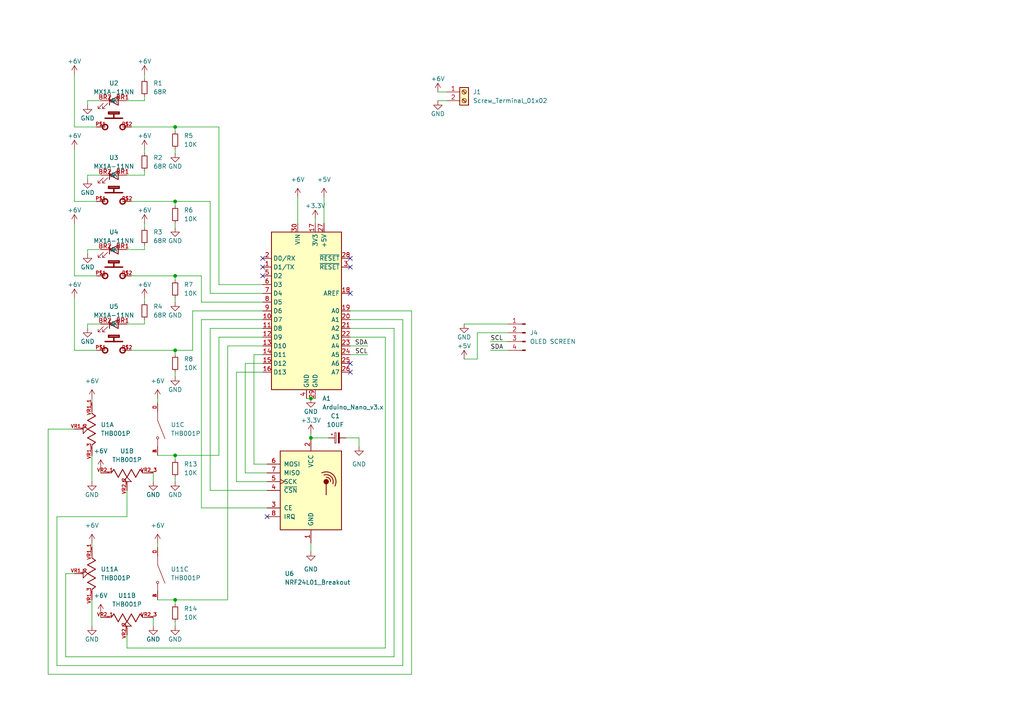
<source format=kicad_sch>
(kicad_sch (version 20211123) (generator eeschema)
  (paper "A4")
  (lib_symbols
    (symbol "Connector:Conn_01x04_Male" (pin_names (offset 1.016) hide)
      (property "Reference" "J" (at 0 5.08 0))
      (property "Value" "Conn_01x04_Male" (at 0 -7.62 0))
      (symbol "Conn_01x04_Male_1_1"
        (polyline (pts (xy 1.27 -5.08) (xy 0.8636 -5.08)) (stroke (width 0.1524)))
        (polyline (pts (xy 1.27 -2.54) (xy 0.8636 -2.54)) (stroke (width 0.1524)))
        (polyline (pts (xy 1.27 0) (xy 0.8636 0)) (stroke (width 0.1524)))
        (polyline (pts (xy 1.27 2.54) (xy 0.8636 2.54)) (stroke (width 0.1524)))
        (rectangle (start 0.8636 -4.953) (end 0 -5.207) (stroke (width 0.1524)) (fill (type outline)))
        (rectangle (start 0.8636 -2.413) (end 0 -2.667) (stroke (width 0.1524)) (fill (type outline)))
        (rectangle (start 0.8636 0.127) (end 0 -0.127) (stroke (width 0.1524)) (fill (type outline)))
        (rectangle (start 0.8636 2.667) (end 0 2.413) (stroke (width 0.1524)) (fill (type outline)))
        (pin passive line (at 5.08 2.54 180) (length 3.81) (name "Pin_1") (number "1"))
        (pin passive line (at 5.08 0 180) (length 3.81) (name "Pin_2") (number "2"))
        (pin passive line (at 5.08 -2.54 180) (length 3.81) (name "Pin_3") (number "3"))
        (pin passive line (at 5.08 -5.08 180) (length 3.81) (name "Pin_4") (number "4"))
      )
    )
    (symbol "Connector:Screw_Terminal_01x02" (pin_names (offset 1.016) hide)
      (property "Reference" "J" (at 0 2.54 0))
      (property "Value" "Screw_Terminal_01x02" (at 0 -5.08 0))
      (symbol "Screw_Terminal_01x02_1_1"
        (rectangle (start -1.27 1.27) (end 1.27 -3.81) (stroke (width 0.254)) (fill (type background)))
        (circle (center 0 -2.54) (radius 0.635) (stroke (width 0.1524)))
        (polyline (pts (xy -0.5334 -2.2098) (xy 0.3302 -3.048)) (stroke (width 0.1524)))
        (polyline (pts (xy -0.5334 0.3302) (xy 0.3302 -0.508)) (stroke (width 0.1524)))
        (polyline (pts (xy -0.3556 -2.032) (xy 0.508 -2.8702)) (stroke (width 0.1524)))
        (polyline (pts (xy -0.3556 0.508) (xy 0.508 -0.3302)) (stroke (width 0.1524)))
        (circle (center 0 0) (radius 0.635) (stroke (width 0.1524)))
        (pin passive line (at -5.08 0 0) (length 3.81) (name "Pin_1") (number "1"))
        (pin passive line (at -5.08 -2.54 0) (length 3.81) (name "Pin_2") (number "2"))
      )
    )
    (symbol "Device:C_Polarized_Small" (pin_numbers hide) (pin_names (offset 0.254) hide)
      (property "Reference" "C" (at 0.254 1.778 0))
      (property "Value" "C_Polarized_Small" (at 0.254 -2.032 0))
      (symbol "C_Polarized_Small_0_1"
        (rectangle (start -1.524 -0.3048) (end 1.524 -0.6858) (fill (type outline)))
        (rectangle (start -1.524 0.6858) (end 1.524 0.3048))
        (polyline (pts (xy -1.27 1.524) (xy -0.762 1.524)))
        (polyline (pts (xy -1.016 1.27) (xy -1.016 1.778)))
      )
      (symbol "C_Polarized_Small_1_1"
        (pin passive line (at 0 2.54 270) (length 1.8542) (name "~") (number "1"))
        (pin passive line (at 0 -2.54 90) (length 1.8542) (name "~") (number "2"))
      )
    )
    (symbol "Device:R_Small" (pin_numbers hide) (pin_names (offset 0.254) hide)
      (property "Reference" "R" (at 0.762 0.508 0))
      (property "Value" "R_Small" (at 0.762 -1.016 0))
      (symbol "R_Small_0_1"
        (rectangle (start -0.762 1.778) (end 0.762 -1.778) (stroke (width 0.2032)))
      )
      (symbol "R_Small_1_1"
        (pin passive line (at 0 2.54 270) (length 0.762) (name "~") (number "1"))
        (pin passive line (at 0 -2.54 90) (length 0.762) (name "~") (number "2"))
      )
    )
    (symbol "MCU_Module:Arduino_Nano_v3.x"
      (property "Reference" "A" (at -10.16 23.495 0))
      (property "Value" "Arduino_Nano_v3.x" (at 5.08 -24.13 0))
      (symbol "Arduino_Nano_v3.x_0_1"
        (rectangle (start -10.16 22.86) (end 10.16 -22.86) (stroke (width 0.254)) (fill (type background)))
      )
      (symbol "Arduino_Nano_v3.x_1_1"
        (pin bidirectional line (at -12.7 12.7 0) (length 2.54) (name "D1/TX") (number "1"))
        (pin bidirectional line (at -12.7 -2.54 0) (length 2.54) (name "D7") (number "10"))
        (pin bidirectional line (at -12.7 -5.08 0) (length 2.54) (name "D8") (number "11"))
        (pin bidirectional line (at -12.7 -7.62 0) (length 2.54) (name "D9") (number "12"))
        (pin bidirectional line (at -12.7 -10.16 0) (length 2.54) (name "D10") (number "13"))
        (pin bidirectional line (at -12.7 -12.7 0) (length 2.54) (name "D11") (number "14"))
        (pin bidirectional line (at -12.7 -15.24 0) (length 2.54) (name "D12") (number "15"))
        (pin bidirectional line (at -12.7 -17.78 0) (length 2.54) (name "D13") (number "16"))
        (pin power_out line (at 2.54 25.4 270) (length 2.54) (name "3V3") (number "17"))
        (pin input line (at 12.7 5.08 180) (length 2.54) (name "AREF") (number "18"))
        (pin bidirectional line (at 12.7 0 180) (length 2.54) (name "A0") (number "19"))
        (pin bidirectional line (at -12.7 15.24 0) (length 2.54) (name "D0/RX") (number "2"))
        (pin bidirectional line (at 12.7 -2.54 180) (length 2.54) (name "A1") (number "20"))
        (pin bidirectional line (at 12.7 -5.08 180) (length 2.54) (name "A2") (number "21"))
        (pin bidirectional line (at 12.7 -7.62 180) (length 2.54) (name "A3") (number "22"))
        (pin bidirectional line (at 12.7 -10.16 180) (length 2.54) (name "A4") (number "23"))
        (pin bidirectional line (at 12.7 -12.7 180) (length 2.54) (name "A5") (number "24"))
        (pin bidirectional line (at 12.7 -15.24 180) (length 2.54) (name "A6") (number "25"))
        (pin bidirectional line (at 12.7 -17.78 180) (length 2.54) (name "A7") (number "26"))
        (pin power_out line (at 5.08 25.4 270) (length 2.54) (name "+5V") (number "27"))
        (pin input line (at 12.7 15.24 180) (length 2.54) (name "~{RESET}") (number "28"))
        (pin power_in line (at 2.54 -25.4 90) (length 2.54) (name "GND") (number "29"))
        (pin input line (at 12.7 12.7 180) (length 2.54) (name "~{RESET}") (number "3"))
        (pin power_in line (at -2.54 25.4 270) (length 2.54) (name "VIN") (number "30"))
        (pin power_in line (at 0 -25.4 90) (length 2.54) (name "GND") (number "4"))
        (pin bidirectional line (at -12.7 10.16 0) (length 2.54) (name "D2") (number "5"))
        (pin bidirectional line (at -12.7 7.62 0) (length 2.54) (name "D3") (number "6"))
        (pin bidirectional line (at -12.7 5.08 0) (length 2.54) (name "D4") (number "7"))
        (pin bidirectional line (at -12.7 2.54 0) (length 2.54) (name "D5") (number "8"))
        (pin bidirectional line (at -12.7 0 0) (length 2.54) (name "D6") (number "9"))
      )
    )
    (symbol "MX1A-11NN:MX1A-11NN" (pin_names (offset 1.016))
      (property "Reference" "U" (at -4.445 -3.81 0))
      (property "Value" "MX1A-11NN" (at 0 -8.89 0))
      (symbol "MX1A-11NN_0_0"
        (circle (center -2.54 0) (radius 0.762) (stroke (width 0.4064)))
        (polyline (pts (xy -2.54 2.54) (xy 0 2.54)) (stroke (width 0.4064)))
        (polyline (pts (xy -1.524 3.81) (xy -1.524 4.318)) (stroke (width 0.4064)))
        (polyline (pts (xy -1.524 4.318) (xy 1.524 4.318)) (stroke (width 0.4064)))
        (polyline (pts (xy 0 2.54) (xy 0 3.81)) (stroke (width 0.4064)))
        (polyline (pts (xy 0 3.81) (xy -1.524 3.81)) (stroke (width 0.4064)))
        (polyline (pts (xy 1.524 3.81) (xy 0.254 3.81)) (stroke (width 0.4064)))
        (polyline (pts (xy 1.524 4.318) (xy 1.524 3.81)) (stroke (width 0.4064)))
        (polyline (pts (xy 2.54 2.54) (xy 0 2.54)) (stroke (width 0.4064)))
        (circle (center 2.54 0) (radius 0.762) (stroke (width 0.4064)))
        (pin passive line (at -5.08 0 0) (length 2.54) (name "~") (number "P$1"))
        (pin passive line (at 5.08 0 180) (length 2.54) (name "~") (number "P$2"))
      )
      (symbol "MX1A-11NN_0_1"
        (polyline (pts (xy -1.27 6.35) (xy -1.27 8.89)) (stroke (width 0.254)))
        (polyline (pts (xy -1.27 7.62) (xy 1.27 7.62)))
        (polyline (pts (xy 1.27 6.35) (xy 1.27 8.89) (xy -1.27 7.62) (xy 1.27 6.35)) (stroke (width 0.254)))
        (polyline (pts (xy -3.048 6.858) (xy -4.572 5.334) (xy -3.81 5.334) (xy -4.572 5.334) (xy -4.572 6.096)))
        (polyline (pts (xy -1.778 6.858) (xy -3.302 5.334) (xy -2.54 5.334) (xy -3.302 5.334) (xy -3.302 6.096)))
      )
      (symbol "MX1A-11NN_1_1"
        (pin passive line (at 3.81 7.62 180) (length 2.54) (name "A") (number "BR1"))
        (pin passive line (at -3.81 7.62 0) (length 2.54) (name "K") (number "BR2"))
      )
    )
    (symbol "RF:NRF24L01_Breakout" (pin_names (offset 1.016))
      (property "Reference" "U" (at -8.89 12.7 0))
      (property "Value" "NRF24L01_Breakout" (at 3.81 12.7 0))
      (symbol "NRF24L01_Breakout_0_1"
        (rectangle (start -8.89 11.43) (end 8.89 -11.43) (stroke (width 0.254)) (fill (type background)))
        (polyline (pts (xy 4.445 1.905) (xy 4.445 -1.27)) (stroke (width 0.254)))
        (circle (center 4.445 2.54) (radius 0.635) (stroke (width 0.254)) (fill (type outline)))
        (arc (start 5.715 2.54) (mid 5.3521 3.4546) (end 4.445 3.81) (stroke (width 0.254)))
        (arc (start 6.35 1.905) (mid 5.8763 3.9854) (end 3.81 4.445) (stroke (width 0.254)))
        (arc (start 6.985 1.27) (mid 6.453 4.548) (end 3.175 5.08) (stroke (width 0.254)))
      )
      (symbol "NRF24L01_Breakout_1_1"
        (pin power_in line (at 0 -15.24 90) (length 3.81) (name "GND") (number "1"))
        (pin power_in line (at 0 15.24 270) (length 3.81) (name "VCC") (number "2"))
        (pin input line (at -12.7 -5.08 0) (length 3.81) (name "CE") (number "3"))
        (pin input line (at -12.7 0 0) (length 3.81) (name "~{CSN}") (number "4"))
        (pin input clock (at -12.7 2.54 0) (length 3.81) (name "SCK") (number "5"))
        (pin input line (at -12.7 7.62 0) (length 3.81) (name "MOSI") (number "6"))
        (pin output line (at -12.7 5.08 0) (length 3.81) (name "MISO") (number "7"))
        (pin output line (at -12.7 -7.62 0) (length 3.81) (name "IRQ") (number "8"))
      )
    )
    (symbol "THB001P:THB001P" (pin_names (offset 1.016))
      (property "Reference" "U" (at -5.08 5.08 0))
      (property "Value" "THB001P" (at -5.08 2.54 0))
      (symbol "THB001P_1_0"
        (polyline (pts (xy -5.08 0) (xy -4.572 0)) (stroke (width 0.1524)))
        (polyline (pts (xy -4.572 0) (xy -3.81 1.016)) (stroke (width 0.254)))
        (polyline (pts (xy -3.81 1.016) (xy -2.54 -1.27)) (stroke (width 0.254)))
        (polyline (pts (xy -2.54 -1.27) (xy -1.27 1.016)) (stroke (width 0.254)))
        (polyline (pts (xy -1.27 -2.54) (xy 0 -1.27)) (stroke (width 0.2032)))
        (polyline (pts (xy -1.27 1.016) (xy 0 -1.27)) (stroke (width 0.254)))
        (polyline (pts (xy 0 -1.27) (xy 1.27 -2.54)) (stroke (width 0.2032)))
        (polyline (pts (xy 0 -1.27) (xy 1.27 1.016)) (stroke (width 0.254)))
        (polyline (pts (xy 1.27 -2.54) (xy -1.27 -2.54)) (stroke (width 0.2032)))
        (polyline (pts (xy 1.27 1.016) (xy 2.54 -1.27)) (stroke (width 0.254)))
        (polyline (pts (xy 2.54 -1.27) (xy 3.81 1.016)) (stroke (width 0.254)))
        (polyline (pts (xy 3.81 1.016) (xy 4.572 0)) (stroke (width 0.254)))
        (polyline (pts (xy 4.572 0) (xy 5.08 0)) (stroke (width 0.1524)))
        (pin passive line (at -7.62 0 0) (length 2.54) (name "~") (number "VR1_1"))
        (pin passive line (at 0 -5.08 90) (length 2.54) (name "~") (number "VR1_2"))
        (pin passive line (at 7.62 0 180) (length 2.54) (name "~") (number "VR1_3"))
      )
      (symbol "THB001P_2_0"
        (polyline (pts (xy -5.08 0) (xy -4.572 0)) (stroke (width 0.1524)))
        (polyline (pts (xy -4.572 0) (xy -3.81 1.016)) (stroke (width 0.254)))
        (polyline (pts (xy -3.81 1.016) (xy -2.54 -1.27)) (stroke (width 0.254)))
        (polyline (pts (xy -2.54 -1.27) (xy -1.27 1.016)) (stroke (width 0.254)))
        (polyline (pts (xy -1.27 -2.54) (xy 0 -1.27)) (stroke (width 0.2032)))
        (polyline (pts (xy -1.27 1.016) (xy 0 -1.27)) (stroke (width 0.254)))
        (polyline (pts (xy 0 -1.27) (xy 1.27 -2.54)) (stroke (width 0.2032)))
        (polyline (pts (xy 0 -1.27) (xy 1.27 1.016)) (stroke (width 0.254)))
        (polyline (pts (xy 1.27 -2.54) (xy -1.27 -2.54)) (stroke (width 0.2032)))
        (polyline (pts (xy 1.27 1.016) (xy 2.54 -1.27)) (stroke (width 0.254)))
        (polyline (pts (xy 2.54 -1.27) (xy 3.81 1.016)) (stroke (width 0.254)))
        (polyline (pts (xy 3.81 1.016) (xy 4.572 0)) (stroke (width 0.254)))
        (polyline (pts (xy 4.572 0) (xy 5.08 0)) (stroke (width 0.1524)))
        (pin passive line (at -7.62 0 0) (length 2.54) (name "~") (number "VR2_1"))
        (pin passive line (at 0 -5.08 90) (length 2.54) (name "~") (number "VR2_2"))
        (pin passive line (at 7.62 0 180) (length 2.54) (name "~") (number "VR2_3"))
      )
      (symbol "THB001P_3_0"
        (polyline (pts (xy -2.54 0) (xy -5.08 0)) (stroke (width 0.1524)))
        (polyline (pts (xy -2.54 0) (xy 2.794 2.1336)) (stroke (width 0.1524)))
        (polyline (pts (xy 5.08 0) (xy 2.921 0)) (stroke (width 0.1524)))
        (circle (center 2.54 0) (radius 0.3302) (stroke (width 0.1524)))
        (pin passive line (at 7.62 0 180) (length 2.54) (name "~") (number "A"))
        (pin passive line (at 7.62 0 180) (length 2.54) (name "~") (number "B"))
        (pin passive line (at -7.62 0 0) (length 2.54) (name "~") (number "C"))
        (pin passive line (at -7.62 0 0) (length 2.54) (name "~") (number "D"))
      )
    )
    (symbol "power:+3.3V" (power) (pin_names (offset 0))
      (property "Value" "+3.3V" (at 0 3.556 0))
      (symbol "+3.3V_0_1"
        (polyline (pts (xy -0.762 1.27) (xy 0 2.54)))
        (polyline (pts (xy 0 0) (xy 0 2.54)))
        (polyline (pts (xy 0 2.54) (xy 0.762 1.27)))
      )
      (symbol "+3.3V_1_1"
        (pin power_in line (at 0 0 90) (length 0) hide (name "+3.3V") (number "1"))
      )
    )
    (symbol "power:+5V" (power) (pin_names (offset 0))
      (property "Value" "+5V" (at 0 3.556 0))
      (symbol "+5V_0_1"
        (polyline (pts (xy -0.762 1.27) (xy 0 2.54)))
        (polyline (pts (xy 0 0) (xy 0 2.54)))
        (polyline (pts (xy 0 2.54) (xy 0.762 1.27)))
      )
      (symbol "+5V_1_1"
        (pin power_in line (at 0 0 90) (length 0) hide (name "+5V") (number "1"))
      )
    )
    (symbol "power:+6V" (power) (pin_names (offset 0))
      (property "Value" "+6V" (at 0 3.556 0))
      (symbol "+6V_0_1"
        (polyline (pts (xy -0.762 1.27) (xy 0 2.54)))
        (polyline (pts (xy 0 0) (xy 0 2.54)))
        (polyline (pts (xy 0 2.54) (xy 0.762 1.27)))
      )
      (symbol "+6V_1_1"
        (pin power_in line (at 0 0 90) (length 0) hide (name "+6V") (number "1"))
      )
    )
    (symbol "power:GND" (power) (pin_names (offset 0))
      (property "Value" "GND" (at 0 -3.81 0))
      (symbol "GND_0_1"
        (polyline (pts (xy 0 0) (xy 0 -1.27) (xy 1.27 -1.27) (xy 0 -2.54) (xy -1.27 -1.27) (xy 0 -1.27)))
      )
      (symbol "GND_1_1"
        (pin power_in line (at 0 0 270) (length 0) hide (name "GND") (number "1"))
      )
    )
  )
  (junction (at 90.17 115.57))
  (junction (at 50.8 173.99))
  (junction (at 50.8 58.42))
  (junction (at 90.17 127))
  (junction (at 50.8 101.6))
  (junction (at 50.8 132.08))
  (junction (at 50.8 80.01))
  (junction (at 50.8 36.83))
  (no_connect (at 101.6 105.41))
  (no_connect (at 101.6 107.95))
  (no_connect (at 77.47 149.86))
  (no_connect (at 101.6 77.47))
  (no_connect (at 76.2 80.01))
  (no_connect (at 101.6 74.93))
  (no_connect (at 76.2 77.47))
  (no_connect (at 101.6 85.09))
  (no_connect (at 76.2 74.93))
  (wire (pts (xy 63.5 36.83) (xy 50.8 36.83)))
  (wire (pts (xy 71.12 137.16) (xy 71.12 105.41)))
  (wire (pts (xy 66.04 173.99) (xy 66.04 100.33)))
  (wire (pts (xy 29.21 29.21) (xy 25.4 29.21)))
  (wire (pts (xy 36.83 149.86) (xy 16.51 149.86)))
  (wire (pts (xy 50.8 59.69) (xy 50.8 58.42)))
  (wire (pts (xy 73.66 134.62) (xy 77.47 134.62)))
  (wire (pts (xy 68.58 107.95) (xy 76.2 107.95)))
  (wire (pts (xy 63.5 82.55) (xy 63.5 36.83)))
  (wire (pts (xy 16.51 193.04) (xy 116.84 193.04)))
  (wire (pts (xy 91.44 63.5) (xy 91.44 64.77)))
  (wire (pts (xy 119.38 90.17) (xy 119.38 195.58)))
  (wire (pts (xy 13.97 195.58) (xy 119.38 195.58)))
  (wire (pts (xy 38.1 80.01) (xy 50.8 80.01)))
  (wire (pts (xy 50.8 180.34) (xy 50.8 181.61)))
  (wire (pts (xy 45.72 132.08) (xy 50.8 132.08)))
  (wire (pts (xy 29.21 72.39) (xy 25.4 72.39)))
  (wire (pts (xy 114.3 95.25) (xy 114.3 190.5)))
  (wire (pts (xy 41.91 72.39) (xy 41.91 71.12)))
  (wire (pts (xy 111.76 97.79) (xy 111.76 187.96)))
  (wire (pts (xy 29.21 177.8) (xy 29.21 179.07)))
  (wire (pts (xy 119.38 90.17) (xy 101.6 90.17)))
  (wire (pts (xy 44.45 137.16) (xy 44.45 139.7)))
  (wire (pts (xy 58.42 92.71) (xy 76.2 92.71)))
  (wire (pts (xy 134.62 104.14) (xy 138.43 104.14)))
  (wire (pts (xy 27.94 101.6) (xy 21.59 101.6)))
  (wire (pts (xy 60.96 58.42) (xy 50.8 58.42)))
  (wire (pts (xy 27.94 80.01) (xy 21.59 80.01)))
  (wire (pts (xy 36.83 50.8) (xy 41.91 50.8)))
  (wire (pts (xy 36.83 187.96) (xy 111.76 187.96)))
  (wire (pts (xy 90.17 125.73) (xy 90.17 127)))
  (wire (pts (xy 68.58 139.7) (xy 68.58 107.95)))
  (wire (pts (xy 19.05 190.5) (xy 114.3 190.5)))
  (wire (pts (xy 91.44 115.57) (xy 90.17 115.57)))
  (wire (pts (xy 50.8 43.18) (xy 50.8 44.45)))
  (wire (pts (xy 55.88 101.6) (xy 55.88 90.17)))
  (wire (pts (xy 26.67 157.48) (xy 26.67 158.75)))
  (wire (pts (xy 127 29.21) (xy 129.54 29.21)))
  (wire (pts (xy 25.4 29.21) (xy 25.4 30.48)))
  (wire (pts (xy 36.83 93.98) (xy 41.91 93.98)))
  (wire (pts (xy 41.91 50.8) (xy 41.91 49.53)))
  (wire (pts (xy 76.2 85.09) (xy 60.96 85.09)))
  (wire (pts (xy 60.96 142.24) (xy 60.96 95.25)))
  (wire (pts (xy 138.43 96.52) (xy 147.32 96.52)))
  (wire (pts (xy 36.83 72.39) (xy 41.91 72.39)))
  (wire (pts (xy 50.8 86.36) (xy 50.8 87.63)))
  (wire (pts (xy 138.43 104.14) (xy 138.43 96.52)))
  (wire (pts (xy 41.91 64.77) (xy 41.91 66.04)))
  (wire (pts (xy 73.66 102.87) (xy 76.2 102.87)))
  (wire (pts (xy 50.8 132.08) (xy 63.5 132.08)))
  (wire (pts (xy 50.8 173.99) (xy 66.04 173.99)))
  (wire (pts (xy 77.47 139.7) (xy 68.58 139.7)))
  (wire (pts (xy 77.47 147.32) (xy 58.42 147.32)))
  (wire (pts (xy 116.84 92.71) (xy 116.84 193.04)))
  (wire (pts (xy 27.94 58.42) (xy 21.59 58.42)))
  (wire (pts (xy 19.05 166.37) (xy 19.05 190.5)))
  (wire (pts (xy 134.62 93.98) (xy 147.32 93.98)))
  (wire (pts (xy 50.8 101.6) (xy 55.88 101.6)))
  (wire (pts (xy 90.17 157.48) (xy 90.17 160.02)))
  (wire (pts (xy 104.14 127) (xy 104.14 129.54)))
  (wire (pts (xy 93.98 57.15) (xy 93.98 64.77)))
  (wire (pts (xy 21.59 64.77) (xy 21.59 80.01)))
  (wire (pts (xy 21.59 21.59) (xy 21.59 36.83)))
  (wire (pts (xy 26.67 173.99) (xy 26.67 181.61)))
  (wire (pts (xy 73.66 102.87) (xy 73.66 134.62)))
  (wire (pts (xy 101.6 92.71) (xy 116.84 92.71)))
  (wire (pts (xy 41.91 86.36) (xy 41.91 87.63)))
  (wire (pts (xy 76.2 87.63) (xy 58.42 87.63)))
  (wire (pts (xy 101.6 100.33) (xy 106.68 100.33)))
  (wire (pts (xy 50.8 81.28) (xy 50.8 80.01)))
  (wire (pts (xy 147.32 101.6) (xy 142.24 101.6)))
  (wire (pts (xy 88.9 115.57) (xy 90.17 115.57)))
  (wire (pts (xy 77.47 142.24) (xy 60.96 142.24)))
  (wire (pts (xy 25.4 93.98) (xy 25.4 95.25)))
  (wire (pts (xy 100.33 127) (xy 104.14 127)))
  (wire (pts (xy 27.94 36.83) (xy 21.59 36.83)))
  (wire (pts (xy 41.91 93.98) (xy 41.91 92.71)))
  (wire (pts (xy 58.42 87.63) (xy 58.42 80.01)))
  (wire (pts (xy 71.12 105.41) (xy 76.2 105.41)))
  (wire (pts (xy 38.1 58.42) (xy 50.8 58.42)))
  (wire (pts (xy 60.96 85.09) (xy 60.96 58.42)))
  (wire (pts (xy 25.4 50.8) (xy 25.4 52.07)))
  (wire (pts (xy 58.42 80.01) (xy 50.8 80.01)))
  (wire (pts (xy 90.17 127) (xy 95.25 127)))
  (wire (pts (xy 101.6 102.87) (xy 106.68 102.87)))
  (wire (pts (xy 50.8 133.35) (xy 50.8 132.08)))
  (wire (pts (xy 41.91 21.59) (xy 41.91 22.86)))
  (wire (pts (xy 21.59 43.18) (xy 21.59 58.42)))
  (wire (pts (xy 21.59 124.46) (xy 13.97 124.46)))
  (wire (pts (xy 21.59 86.36) (xy 21.59 101.6)))
  (wire (pts (xy 45.72 173.99) (xy 50.8 173.99)))
  (wire (pts (xy 63.5 97.79) (xy 63.5 132.08)))
  (wire (pts (xy 147.32 99.06) (xy 142.24 99.06)))
  (wire (pts (xy 66.04 100.33) (xy 76.2 100.33)))
  (wire (pts (xy 25.4 72.39) (xy 25.4 73.66)))
  (wire (pts (xy 76.2 82.55) (xy 63.5 82.55)))
  (wire (pts (xy 26.67 132.08) (xy 26.67 139.7)))
  (wire (pts (xy 41.91 29.21) (xy 41.91 27.94)))
  (wire (pts (xy 50.8 38.1) (xy 50.8 36.83)))
  (wire (pts (xy 58.42 147.32) (xy 58.42 92.71)))
  (wire (pts (xy 50.8 64.77) (xy 50.8 66.04)))
  (wire (pts (xy 29.21 50.8) (xy 25.4 50.8)))
  (wire (pts (xy 21.59 166.37) (xy 19.05 166.37)))
  (wire (pts (xy 36.83 29.21) (xy 41.91 29.21)))
  (wire (pts (xy 127 26.67) (xy 129.54 26.67)))
  (wire (pts (xy 50.8 102.87) (xy 50.8 101.6)))
  (wire (pts (xy 38.1 101.6) (xy 50.8 101.6)))
  (wire (pts (xy 114.3 95.25) (xy 101.6 95.25)))
  (wire (pts (xy 13.97 124.46) (xy 13.97 195.58)))
  (wire (pts (xy 101.6 97.79) (xy 111.76 97.79)))
  (wire (pts (xy 26.67 115.57) (xy 26.67 116.84)))
  (wire (pts (xy 86.36 57.15) (xy 86.36 64.77)))
  (wire (pts (xy 29.21 135.89) (xy 29.21 137.16)))
  (wire (pts (xy 77.47 137.16) (xy 71.12 137.16)))
  (wire (pts (xy 60.96 95.25) (xy 76.2 95.25)))
  (wire (pts (xy 45.72 115.57) (xy 45.72 116.84)))
  (wire (pts (xy 63.5 97.79) (xy 76.2 97.79)))
  (wire (pts (xy 36.83 142.24) (xy 36.83 149.86)))
  (wire (pts (xy 41.91 43.18) (xy 41.91 44.45)))
  (wire (pts (xy 45.72 157.48) (xy 45.72 158.75)))
  (wire (pts (xy 50.8 138.43) (xy 50.8 139.7)))
  (wire (pts (xy 50.8 107.95) (xy 50.8 109.22)))
  (wire (pts (xy 55.88 90.17) (xy 76.2 90.17)))
  (wire (pts (xy 50.8 175.26) (xy 50.8 173.99)))
  (wire (pts (xy 29.21 93.98) (xy 25.4 93.98)))
  (wire (pts (xy 44.45 179.07) (xy 44.45 181.61)))
  (wire (pts (xy 16.51 149.86) (xy 16.51 193.04)))
  (wire (pts (xy 38.1 36.83) (xy 50.8 36.83)))
  (wire (pts (xy 36.83 184.15) (xy 36.83 187.96)))
  (label "SCL" (at 142.24 99.06 0))
  (label "SDA" (at 106.68 100.33 180))
  (label "SDA" (at 142.24 101.6 0))
  (label "SCL" (at 106.68 102.87 180))
  (symbol (lib_id "power:+6V") (at 21.59 64.77 0) (unit 1)
    (property "Reference" "#PWR0123" (effects hide))
    (property "Value" "+6V" (at 21.59 60.96 0))
  )
  (symbol (lib_id "power:+6V") (at 21.59 43.18 0) (unit 1)
    (property "Reference" "#PWR0116" (effects hide))
    (property "Value" "+6V" (at 21.59 39.37 0))
  )
  (symbol (lib_id "power:GND") (at 44.45 181.61 0) (unit 1)
    (property "Reference" "#PWR0128" (effects hide))
    (property "Value" "GND" (at 44.45 185.42 0))
  )
  (symbol (lib_id "power:+6V") (at 29.21 135.89 0) (unit 1)
    (property "Reference" "#PWR0137" (effects hide))
    (property "Value" "+6V" (at 29.21 130.81 0))
  )
  (symbol (lib_id "power:GND") (at 25.4 73.66 0) (unit 1)
    (property "Reference" "#PWR0130" (effects hide))
    (property "Value" "GND" (at 25.4 77.47 0))
  )
  (symbol (lib_id "power:+6V") (at 41.91 43.18 0) (unit 1)
    (property "Reference" "#PWR0115" (effects hide))
    (property "Value" "+6V" (at 41.91 39.37 0))
  )
  (symbol (lib_id "power:+6V") (at 45.72 115.57 0) (unit 1)
    (property "Reference" "#PWR0142" (effects hide))
    (property "Value" "+6V" (at 45.72 110.49 0))
  )
  (symbol (lib_id "MX1A-11NN:MX1A-11NN") (at 33.02 36.83 0) (unit 1)
    (property "Reference" "U2" (at 33.02 24.13 0))
    (property "Value" "MX1A-11NN" (at 33.02 26.67 0))
    (property "Footprint" "MX1A-11NN:CHERRY_MX1A-11NN_SWITCH" (effects hide))
  )
  (symbol (lib_id "power:+6V") (at 26.67 115.57 0) (unit 1)
    (property "Reference" "#PWR0127" (effects hide))
    (property "Value" "+6V" (at 26.67 110.49 0))
  )
  (symbol (lib_id "Device:R_Small") (at 50.8 62.23 180) (unit 1)
    (property "Reference" "R6" (at 53.34 60.96 0) (effects (justify right)))
    (property "Value" "10K" (at 53.34 63.4999 0) (effects (justify right)))
    (property "Footprint" "Resistor_SMD:R_0805_2012Metric" (effects hide))
  )
  (symbol (lib_id "MCU_Module:Arduino_Nano_v3.x") (at 88.9 90.17 0) (unit 1)
    (property "Reference" "A1" (at 93.4594 115.57 0) (effects (justify left)))
    (property "Value" "Arduino_Nano_v3.x" (at 93.4594 118.11 0) (effects (justify left)))
    (property "Footprint" "Module:Arduino_Nano" (effects hide))
    (property "Datasheet" "http://www.mouser.com/pdfdocs/Gravitech_Arduino_Nano3_0.pdf" (effects hide))
  )
  (symbol (lib_id "power:GND") (at 50.8 109.22 0) (unit 1)
    (property "Reference" "#PWR0104" (effects hide))
    (property "Value" "GND" (at 50.8 113.03 0))
  )
  (symbol (lib_id "power:+6V") (at 21.59 21.59 0) (unit 1)
    (property "Reference" "#PWR0120" (effects hide))
    (property "Value" "+6V" (at 21.59 17.78 0))
  )
  (symbol (lib_id "power:GND") (at 104.14 129.54 0) (unit 1)
    (property "Reference" "#PWR0119" (effects hide))
    (property "Value" "GND" (at 104.14 134.62 0))
  )
  (symbol (lib_id "power:+5V") (at 93.98 57.15 0) (unit 1)
    (property "Reference" "#PWR0102" (effects hide))
    (property "Value" "+5V" (at 93.98 52.07 0))
  )
  (symbol (lib_id "power:+6V") (at 127 26.67 0) (unit 1)
    (property "Reference" "#PWR0144" (effects hide))
    (property "Value" "+6V" (at 127 22.86 0))
  )
  (symbol (lib_id "power:GND") (at 50.8 44.45 0) (unit 1)
    (property "Reference" "#PWR0122" (effects hide))
    (property "Value" "GND" (at 50.8 48.26 0))
  )
  (symbol (lib_id "Device:R_Small") (at 50.8 40.64 180) (unit 1)
    (property "Reference" "R5" (at 53.34 39.37 0) (effects (justify right)))
    (property "Value" "10K" (at 53.34 41.9099 0) (effects (justify right)))
    (property "Footprint" "Resistor_SMD:R_0805_2012Metric" (effects hide))
  )
  (symbol (lib_id "MX1A-11NN:MX1A-11NN") (at 33.02 58.42 0) (unit 1)
    (property "Reference" "U3" (at 33.02 45.72 0))
    (property "Value" "MX1A-11NN" (at 33.02 48.26 0))
    (property "Footprint" "MX1A-11NN:CHERRY_MX1A-11NN_SWITCH" (effects hide))
  )
  (symbol (lib_id "power:GND") (at 25.4 30.48 0) (unit 1)
    (property "Reference" "#PWR0117" (effects hide))
    (property "Value" "GND" (at 25.4 34.29 0))
  )
  (symbol (lib_id "RF:NRF24L01_Breakout") (at 90.17 142.24 0) (unit 1)
    (property "Reference" "U6" (at 82.55 166.37 0) (effects (justify left)))
    (property "Value" "NRF24L01_Breakout" (at 82.55 168.91 0) (effects (justify left)))
    (property "Footprint" "nRF24L01BRKT_SMD:nRF24L01_Breakout_SMD" (effects hide))
    (property "Datasheet" "http://www.nordicsemi.com/eng/content/download/2730/34105/file/nRF24L01_Product_Specification_v2_0.pdf" (effects hide))
  )
  (symbol (lib_id "power:+6V") (at 41.91 64.77 0) (unit 1)
    (property "Reference" "#PWR0121" (effects hide))
    (property "Value" "+6V" (at 41.91 60.96 0))
  )
  (symbol (lib_id "Device:R_Small") (at 50.8 177.8 180) (unit 1)
    (property "Reference" "R14" (at 53.34 176.53 0) (effects (justify right)))
    (property "Value" "10K" (at 53.34 179.0699 0) (effects (justify right)))
    (property "Footprint" "Resistor_SMD:R_0805_2012Metric" (effects hide))
  )
  (symbol (lib_id "Connector:Conn_01x04_Male") (at 152.4 96.52 0) (mirror y) (unit 1)
    (property "Reference" "J4" (at 153.67 96.5199 0) (effects (justify right)))
    (property "Value" "OLED SCREEN" (at 153.67 99.0599 0) (effects (justify right)))
    (property "Footprint" "Connector_PinSocket_2.54mm:PinSocket_1x04_P2.54mm_Vertical" (effects hide))
  )
  (symbol (lib_id "power:GND") (at 90.17 160.02 0) (unit 1)
    (property "Reference" "#PWR0110" (effects hide))
    (property "Value" "GND" (at 90.17 165.1 0))
  )
  (symbol (lib_id "power:+6V") (at 86.36 57.15 0) (unit 1)
    (property "Reference" "#PWR0103" (effects hide))
    (property "Value" "+6V" (at 86.36 52.07 0))
  )
  (symbol (lib_id "power:+3.3V") (at 91.44 63.5 0) (unit 1)
    (property "Reference" "#PWR0101" (effects hide))
    (property "Value" "+3.3V" (at 91.44 59.69 0))
  )
  (symbol (lib_id "Device:R_Small") (at 50.8 83.82 180) (unit 1)
    (property "Reference" "R7" (at 53.34 82.55 0) (effects (justify right)))
    (property "Value" "10K" (at 53.34 85.0899 0) (effects (justify right)))
    (property "Footprint" "Resistor_SMD:R_0805_2012Metric" (effects hide))
  )
  (symbol (lib_id "power:GND") (at 90.17 115.57 0) (unit 1)
    (property "Reference" "#PWR0109" (effects hide))
    (property "Value" "GND" (at 90.17 119.38 0))
  )
  (symbol (lib_id "Device:R_Small") (at 50.8 135.89 180) (unit 1)
    (property "Reference" "R13" (at 53.34 134.62 0) (effects (justify right)))
    (property "Value" "10K" (at 53.34 137.1599 0) (effects (justify right)))
    (property "Footprint" "Resistor_SMD:R_0805_2012Metric" (effects hide))
  )
  (symbol (lib_id "power:GND") (at 127 29.21 0) (unit 1)
    (property "Reference" "#PWR0145" (effects hide))
    (property "Value" "GND" (at 127 33.02 0))
  )
  (symbol (lib_id "power:GND") (at 25.4 95.25 0) (unit 1)
    (property "Reference" "#PWR0105" (effects hide))
    (property "Value" "GND" (at 25.4 99.06 0))
  )
  (symbol (lib_id "THB001P:THB001P") (at 45.72 124.46 270) (unit 3)
    (property "Reference" "U1" (at 49.53 123.1899 90) (effects (justify left)))
    (property "Value" "THB001P" (at 49.53 125.7299 90) (effects (justify left)))
    (property "Footprint" "THB001P:CNK_THB001P" (effects hide))
    (property "MANUFACTURER" "CNK" (effects hide))
    (property "STANDARD" "Manufacturer Recommendations" (effects hide))
    (property "MAXIMUM_PACKAGE_HEIGHT" "19.85mm" (effects hide))
    (property "PARTREV" "27 Jan 22" (effects hide))
    (property "SNAPEDA_PN" "THB001P" (effects hide))
  )
  (symbol (lib_id "power:GND") (at 50.8 87.63 0) (unit 1)
    (property "Reference" "#PWR0111" (effects hide))
    (property "Value" "GND" (at 50.8 91.44 0))
  )
  (symbol (lib_id "power:+6V") (at 41.91 21.59 0) (unit 1)
    (property "Reference" "#PWR0114" (effects hide))
    (property "Value" "+6V" (at 41.91 17.78 0))
  )
  (symbol (lib_id "power:+5V") (at 134.62 104.14 0) (unit 1)
    (property "Reference" "#PWR0107" (effects hide))
    (property "Value" "+5V" (at 134.62 100.33 0))
  )
  (symbol (lib_id "Device:R_Small") (at 41.91 46.99 180) (unit 1)
    (property "Reference" "R2" (at 44.45 45.72 0) (effects (justify right)))
    (property "Value" "68R" (at 44.45 48.2599 0) (effects (justify right)))
    (property "Footprint" "Resistor_SMD:R_0805_2012Metric" (effects hide))
  )
  (symbol (lib_id "THB001P:THB001P") (at 26.67 166.37 270) (unit 1)
    (property "Reference" "U11" (at 29.21 165.0999 90) (effects (justify left)))
    (property "Value" "THB001P" (at 29.21 167.6399 90) (effects (justify left)))
    (property "Footprint" "THB001P:CNK_THB001P" (effects hide))
    (property "MANUFACTURER" "CNK" (effects hide))
    (property "STANDARD" "Manufacturer Recommendations" (effects hide))
    (property "MAXIMUM_PACKAGE_HEIGHT" "19.85mm" (effects hide))
    (property "PARTREV" "27 Jan 22" (effects hide))
    (property "SNAPEDA_PN" "THB001P" (effects hide))
  )
  (symbol (lib_id "power:GND") (at 44.45 139.7 0) (unit 1)
    (property "Reference" "#PWR0126" (effects hide))
    (property "Value" "GND" (at 44.45 143.51 0))
  )
  (symbol (lib_id "power:GND") (at 50.8 181.61 0) (unit 1)
    (property "Reference" "#PWR0141" (effects hide))
    (property "Value" "GND" (at 50.8 185.42 0))
  )
  (symbol (lib_id "power:+6V") (at 29.21 177.8 0) (unit 1)
    (property "Reference" "#PWR0140" (effects hide))
    (property "Value" "+6V" (at 29.21 172.72 0))
  )
  (symbol (lib_id "MX1A-11NN:MX1A-11NN") (at 33.02 80.01 0) (unit 1)
    (property "Reference" "U4" (at 33.02 67.31 0))
    (property "Value" "MX1A-11NN" (at 33.02 69.85 0))
    (property "Footprint" "MX1A-11NN:CHERRY_MX1A-11NN_SWITCH" (effects hide))
  )
  (symbol (lib_id "power:GND") (at 50.8 66.04 0) (unit 1)
    (property "Reference" "#PWR0131" (effects hide))
    (property "Value" "GND" (at 50.8 69.85 0))
  )
  (symbol (lib_id "power:GND") (at 26.67 181.61 0) (unit 1)
    (property "Reference" "#PWR0129" (effects hide))
    (property "Value" "GND" (at 26.67 185.42 0))
  )
  (symbol (lib_id "power:GND") (at 25.4 52.07 0) (unit 1)
    (property "Reference" "#PWR0113" (effects hide))
    (property "Value" "GND" (at 25.4 55.88 0))
  )
  (symbol (lib_id "power:GND") (at 134.62 93.98 0) (unit 1)
    (property "Reference" "#PWR0106" (effects hide))
    (property "Value" "GND" (at 134.62 97.79 0))
  )
  (symbol (lib_id "THB001P:THB001P") (at 26.67 124.46 270) (unit 1)
    (property "Reference" "U1" (at 29.21 123.1899 90) (effects (justify left)))
    (property "Value" "THB001P" (at 29.21 125.7299 90) (effects (justify left)))
    (property "Footprint" "THB001P:CNK_THB001P" (effects hide))
    (property "MANUFACTURER" "CNK" (effects hide))
    (property "STANDARD" "Manufacturer Recommendations" (effects hide))
    (property "MAXIMUM_PACKAGE_HEIGHT" "19.85mm" (effects hide))
    (property "PARTREV" "27 Jan 22" (effects hide))
    (property "SNAPEDA_PN" "THB001P" (effects hide))
  )
  (symbol (lib_id "Device:R_Small") (at 41.91 68.58 180) (unit 1)
    (property "Reference" "R3" (at 44.45 67.31 0) (effects (justify right)))
    (property "Value" "68R" (at 44.45 69.8499 0) (effects (justify right)))
    (property "Footprint" "Resistor_SMD:R_0805_2012Metric" (effects hide))
  )
  (symbol (lib_id "power:+6V") (at 26.67 157.48 0) (unit 1)
    (property "Reference" "#PWR0124" (effects hide))
    (property "Value" "+6V" (at 26.67 152.4 0))
  )
  (symbol (lib_id "THB001P:THB001P") (at 45.72 166.37 270) (unit 3)
    (property "Reference" "U11" (at 49.53 165.0999 90) (effects (justify left)))
    (property "Value" "THB001P" (at 49.53 167.6399 90) (effects (justify left)))
    (property "Footprint" "THB001P:CNK_THB001P" (effects hide))
    (property "MANUFACTURER" "CNK" (effects hide))
    (property "STANDARD" "Manufacturer Recommendations" (effects hide))
    (property "MAXIMUM_PACKAGE_HEIGHT" "19.85mm" (effects hide))
    (property "PARTREV" "27 Jan 22" (effects hide))
    (property "SNAPEDA_PN" "THB001P" (effects hide))
  )
  (symbol (lib_id "THB001P:THB001P") (at 36.83 137.16 0) (unit 2)
    (property "Reference" "U1" (at 36.83 130.81 0))
    (property "Value" "THB001P" (at 36.83 133.35 0))
    (property "Footprint" "THB001P:CNK_THB001P" (effects hide))
    (property "MANUFACTURER" "CNK" (effects hide))
    (property "STANDARD" "Manufacturer Recommendations" (effects hide))
    (property "MAXIMUM_PACKAGE_HEIGHT" "19.85mm" (effects hide))
    (property "PARTREV" "27 Jan 22" (effects hide))
    (property "SNAPEDA_PN" "THB001P" (effects hide))
  )
  (symbol (lib_id "Device:R_Small") (at 50.8 105.41 180) (unit 1)
    (property "Reference" "R8" (at 53.34 104.14 0) (effects (justify right)))
    (property "Value" "10K" (at 53.34 106.6799 0) (effects (justify right)))
    (property "Footprint" "Resistor_SMD:R_0805_2012Metric" (effects hide))
  )
  (symbol (lib_id "Device:R_Small") (at 41.91 25.4 180) (unit 1)
    (property "Reference" "R1" (at 44.45 24.13 0) (effects (justify right)))
    (property "Value" "68R" (at 44.45 26.6699 0) (effects (justify right)))
    (property "Footprint" "Resistor_SMD:R_0805_2012Metric" (effects hide))
  )
  (symbol (lib_id "power:+6V") (at 21.59 86.36 0) (unit 1)
    (property "Reference" "#PWR0108" (effects hide))
    (property "Value" "+6V" (at 21.59 82.55 0))
  )
  (symbol (lib_id "power:GND") (at 26.67 139.7 0) (unit 1)
    (property "Reference" "#PWR0125" (effects hide))
    (property "Value" "GND" (at 26.67 143.51 0))
  )
  (symbol (lib_id "THB001P:THB001P") (at 36.83 179.07 0) (unit 2)
    (property "Reference" "U11" (at 36.83 172.72 0))
    (property "Value" "THB001P" (at 36.83 175.26 0))
    (property "Footprint" "THB001P:CNK_THB001P" (effects hide))
    (property "MANUFACTURER" "CNK" (effects hide))
    (property "STANDARD" "Manufacturer Recommendations" (effects hide))
    (property "MAXIMUM_PACKAGE_HEIGHT" "19.85mm" (effects hide))
    (property "PARTREV" "27 Jan 22" (effects hide))
    (property "SNAPEDA_PN" "THB001P" (effects hide))
  )
  (symbol (lib_id "power:GND") (at 50.8 139.7 0) (unit 1)
    (property "Reference" "#PWR0139" (effects hide))
    (property "Value" "GND" (at 50.8 143.51 0))
  )
  (symbol (lib_id "power:+6V") (at 41.91 86.36 0) (unit 1)
    (property "Reference" "#PWR0112" (effects hide))
    (property "Value" "+6V" (at 41.91 82.55 0))
  )
  (symbol (lib_id "Connector:Screw_Terminal_01x02") (at 134.62 26.67 0) (unit 1)
    (property "Reference" "J1" (at 137.16 26.6699 0) (effects (justify left)))
    (property "Value" "Screw_Terminal_01x02" (at 137.16 29.2099 0) (effects (justify left)))
    (property "Footprint" "TerminalBlock_TE-Connectivity:TerminalBlock_TE_282834-2_1x02_P2.54mm_Horizontal" (effects hide))
  )
  (symbol (lib_id "Device:C_Polarized_Small") (at 97.79 127 90) (mirror x) (unit 1)
    (property "Reference" "C1" (at 97.2439 120.65 90))
    (property "Value" "10UF" (at 97.2439 123.19 90))
    (property "Footprint" "Capacitor_SMD:C_0805_2012Metric" (effects hide))
  )
  (symbol (lib_id "Device:R_Small") (at 41.91 90.17 180) (unit 1)
    (property "Reference" "R4" (at 44.45 88.9 0) (effects (justify right)))
    (property "Value" "68R" (at 44.45 91.4399 0) (effects (justify right)))
    (property "Footprint" "Resistor_SMD:R_0805_2012Metric" (effects hide))
  )
  (symbol (lib_id "MX1A-11NN:MX1A-11NN") (at 33.02 101.6 0) (unit 1)
    (property "Reference" "U5" (at 33.02 88.9 0))
    (property "Value" "MX1A-11NN" (at 33.02 91.44 0))
    (property "Footprint" "MX1A-11NN:CHERRY_MX1A-11NN_SWITCH" (effects hide))
  )
  (symbol (lib_id "power:+3.3V") (at 90.17 125.73 0) (unit 1)
    (property "Reference" "#PWR0118" (effects hide))
    (property "Value" "+3.3V" (at 90.17 121.92 0))
  )
  (symbol (lib_id "power:+6V") (at 45.72 157.48 0) (unit 1)
    (property "Reference" "#PWR0138" (effects hide))
    (property "Value" "+6V" (at 45.72 152.4 0))
  )
)
</source>
